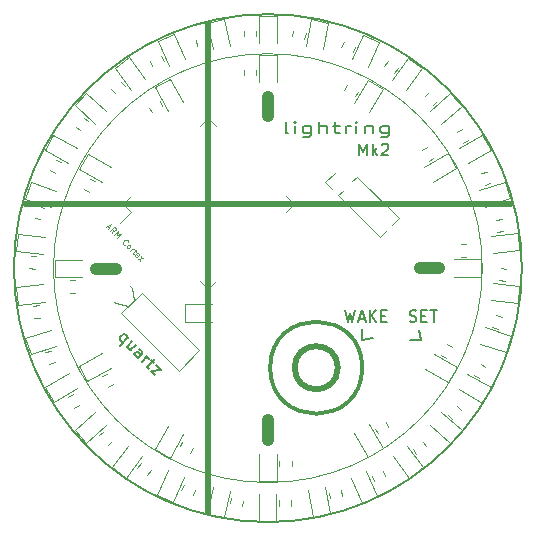
<source format=gbr>
%TF.GenerationSoftware,KiCad,Pcbnew,5.1.8-1.fc33*%
%TF.CreationDate,2021-01-30T22:30:16+01:00*%
%TF.ProjectId,lightring,6c696768-7472-4696-9e67-2e6b69636164,rev?*%
%TF.SameCoordinates,Original*%
%TF.FileFunction,Legend,Top*%
%TF.FilePolarity,Positive*%
%FSLAX46Y46*%
G04 Gerber Fmt 4.6, Leading zero omitted, Abs format (unit mm)*
G04 Created by KiCad (PCBNEW 5.1.8-1.fc33) date 2021-01-30 22:30:16*
%MOMM*%
%LPD*%
G01*
G04 APERTURE LIST*
%ADD10C,1.000000*%
%ADD11C,0.500000*%
%ADD12C,0.150000*%
%ADD13C,0.100000*%
%ADD14C,0.120000*%
%ADD15C,0.200000*%
%ADD16C,0.300000*%
G04 APERTURE END LIST*
D10*
X155480000Y-80050000D02*
X157160000Y-80050000D01*
X170000000Y-65470000D02*
X170000000Y-67150000D01*
X184520000Y-80000000D02*
X182840000Y-80000000D01*
X170000000Y-94520000D02*
X170000000Y-92840000D01*
D11*
X175914560Y-88430100D02*
G75*
G03*
X175914560Y-88430100I-1825500J0D01*
G01*
X164950000Y-100700000D02*
X164950000Y-59300000D01*
X149400000Y-74550000D02*
X190600000Y-74550000D01*
D12*
X178883815Y-85900026D02*
X177986941Y-86079894D01*
X178008335Y-85165412D01*
X177715714Y-70462380D02*
X177715714Y-69462380D01*
X178049047Y-70176666D01*
X178382380Y-69462380D01*
X178382380Y-70462380D01*
X178858571Y-70462380D02*
X178858571Y-69462380D01*
X178953809Y-70081428D02*
X179239523Y-70462380D01*
X179239523Y-69795714D02*
X178858571Y-70176666D01*
X179620476Y-69557619D02*
X179668095Y-69510000D01*
X179763333Y-69462380D01*
X180001428Y-69462380D01*
X180096666Y-69510000D01*
X180144285Y-69557619D01*
X180191904Y-69652857D01*
X180191904Y-69748095D01*
X180144285Y-69890952D01*
X179572857Y-70462380D01*
X180191904Y-70462380D01*
X176519047Y-83552380D02*
X176757142Y-84552380D01*
X176947619Y-83838095D01*
X177138095Y-84552380D01*
X177376190Y-83552380D01*
X177709523Y-84266666D02*
X178185714Y-84266666D01*
X177614285Y-84552380D02*
X177947619Y-83552380D01*
X178280952Y-84552380D01*
X178614285Y-84552380D02*
X178614285Y-83552380D01*
X179185714Y-84552380D02*
X178757142Y-83980952D01*
X179185714Y-83552380D02*
X178614285Y-84123809D01*
X179614285Y-84028571D02*
X179947619Y-84028571D01*
X180090476Y-84552380D02*
X179614285Y-84552380D01*
X179614285Y-83552380D01*
X180090476Y-83552380D01*
X181995238Y-84504761D02*
X182138095Y-84552380D01*
X182376190Y-84552380D01*
X182471428Y-84504761D01*
X182519047Y-84457142D01*
X182566666Y-84361904D01*
X182566666Y-84266666D01*
X182519047Y-84171428D01*
X182471428Y-84123809D01*
X182376190Y-84076190D01*
X182185714Y-84028571D01*
X182090476Y-83980952D01*
X182042857Y-83933333D01*
X181995238Y-83838095D01*
X181995238Y-83742857D01*
X182042857Y-83647619D01*
X182090476Y-83600000D01*
X182185714Y-83552380D01*
X182423809Y-83552380D01*
X182566666Y-83600000D01*
X182995238Y-84028571D02*
X183328571Y-84028571D01*
X183471428Y-84552380D02*
X182995238Y-84552380D01*
X182995238Y-83552380D01*
X183471428Y-83552380D01*
X183757142Y-83552380D02*
X184328571Y-83552380D01*
X184042857Y-84552380D02*
X184042857Y-83552380D01*
X182800026Y-85216184D02*
X182979894Y-86113058D01*
X182065412Y-86091664D01*
D13*
X156401607Y-76419458D02*
X156569965Y-76587816D01*
X156266920Y-76486801D02*
X156738324Y-76251099D01*
X156502622Y-76722503D01*
X156822503Y-77042385D02*
X156873011Y-76756175D01*
X156620473Y-76840355D02*
X156974026Y-76486801D01*
X157108713Y-76621488D01*
X157125549Y-76671996D01*
X157125549Y-76705668D01*
X157108713Y-76756175D01*
X157058206Y-76806683D01*
X157007698Y-76823519D01*
X156974026Y-76823519D01*
X156923519Y-76806683D01*
X156788832Y-76671996D01*
X156974026Y-77193908D02*
X157327580Y-76840355D01*
X157192893Y-77210744D01*
X157563282Y-77076057D01*
X157209729Y-77429610D01*
X157883164Y-78035702D02*
X157849492Y-78035702D01*
X157782148Y-78002030D01*
X157748477Y-77968358D01*
X157714805Y-77901015D01*
X157714805Y-77833671D01*
X157731641Y-77783164D01*
X157782148Y-77698984D01*
X157832656Y-77648477D01*
X157916835Y-77597969D01*
X157967343Y-77581133D01*
X158034687Y-77581133D01*
X158102030Y-77614805D01*
X158135702Y-77648477D01*
X158169374Y-77715820D01*
X158169374Y-77749492D01*
X158051522Y-78271404D02*
X158034687Y-78220896D01*
X158034687Y-78187225D01*
X158051522Y-78136717D01*
X158152538Y-78035702D01*
X158203045Y-78018866D01*
X158236717Y-78018866D01*
X158287225Y-78035702D01*
X158337732Y-78086209D01*
X158354568Y-78136717D01*
X158354568Y-78170389D01*
X158337732Y-78220896D01*
X158236717Y-78321912D01*
X158186209Y-78338748D01*
X158152538Y-78338748D01*
X158102030Y-78321912D01*
X158051522Y-78271404D01*
X158320896Y-78540778D02*
X158556599Y-78305076D01*
X158489255Y-78372419D02*
X158539763Y-78355583D01*
X158573435Y-78355583D01*
X158623942Y-78372419D01*
X158657614Y-78406091D01*
X158724957Y-78473435D02*
X158859644Y-78608122D01*
X158893316Y-78406091D02*
X158590270Y-78709137D01*
X158573435Y-78759644D01*
X158590270Y-78810152D01*
X158623942Y-78843824D01*
X158893316Y-79079526D02*
X158842809Y-79062690D01*
X158775465Y-78995347D01*
X158758629Y-78944839D01*
X158775465Y-78894331D01*
X158910152Y-78759644D01*
X158960660Y-78742809D01*
X159011167Y-78759644D01*
X159078511Y-78826988D01*
X159095347Y-78877496D01*
X159078511Y-78928003D01*
X159044839Y-78961675D01*
X158842809Y-78826988D01*
X159011167Y-79231049D02*
X159432064Y-79180541D01*
X159246870Y-78995347D02*
X159196362Y-79416244D01*
D12*
X158156175Y-85853129D02*
X157449068Y-86560236D01*
X157718442Y-86290862D02*
X157617427Y-86257190D01*
X157482740Y-86122503D01*
X157449068Y-86021488D01*
X157449068Y-85954145D01*
X157482740Y-85853129D01*
X157684771Y-85651099D01*
X157785786Y-85617427D01*
X157853129Y-85617427D01*
X157954145Y-85651099D01*
X158088832Y-85785786D01*
X158122503Y-85886801D01*
X158795938Y-86492893D02*
X158324534Y-86964297D01*
X158492893Y-86189847D02*
X158122503Y-86560236D01*
X158088832Y-86661251D01*
X158122503Y-86762267D01*
X158223519Y-86863282D01*
X158324534Y-86896954D01*
X158391877Y-86896954D01*
X158964297Y-87604061D02*
X159334687Y-87233671D01*
X159368358Y-87132656D01*
X159334687Y-87031641D01*
X159200000Y-86896954D01*
X159098984Y-86863282D01*
X158997969Y-87570389D02*
X158896954Y-87536717D01*
X158728595Y-87368358D01*
X158694923Y-87267343D01*
X158728595Y-87166328D01*
X158795938Y-87098984D01*
X158896954Y-87065312D01*
X158997969Y-87098984D01*
X159166328Y-87267343D01*
X159267343Y-87301015D01*
X159301015Y-87940778D02*
X159772419Y-87469374D01*
X159637732Y-87604061D02*
X159738748Y-87570389D01*
X159806091Y-87570389D01*
X159907106Y-87604061D01*
X159974450Y-87671404D01*
X160109137Y-87806091D02*
X160378511Y-88075465D01*
X160445854Y-87671404D02*
X159839763Y-88277496D01*
X159806091Y-88378511D01*
X159839763Y-88479526D01*
X159907106Y-88546870D01*
X160546870Y-88243824D02*
X160917259Y-88614213D01*
X160075465Y-88715228D01*
X160445854Y-89085618D01*
X171717142Y-68592380D02*
X171574285Y-68544761D01*
X171502857Y-68449523D01*
X171502857Y-67592380D01*
X172288571Y-68592380D02*
X172288571Y-67925714D01*
X172288571Y-67592380D02*
X172217142Y-67640000D01*
X172288571Y-67687619D01*
X172360000Y-67640000D01*
X172288571Y-67592380D01*
X172288571Y-67687619D01*
X173645714Y-67925714D02*
X173645714Y-68735238D01*
X173574285Y-68830476D01*
X173502857Y-68878095D01*
X173360000Y-68925714D01*
X173145714Y-68925714D01*
X173002857Y-68878095D01*
X173645714Y-68544761D02*
X173502857Y-68592380D01*
X173217142Y-68592380D01*
X173074285Y-68544761D01*
X173002857Y-68497142D01*
X172931428Y-68401904D01*
X172931428Y-68116190D01*
X173002857Y-68020952D01*
X173074285Y-67973333D01*
X173217142Y-67925714D01*
X173502857Y-67925714D01*
X173645714Y-67973333D01*
X174360000Y-68592380D02*
X174360000Y-67592380D01*
X175002857Y-68592380D02*
X175002857Y-68068571D01*
X174931428Y-67973333D01*
X174788571Y-67925714D01*
X174574285Y-67925714D01*
X174431428Y-67973333D01*
X174360000Y-68020952D01*
X175502857Y-67925714D02*
X176074285Y-67925714D01*
X175717142Y-67592380D02*
X175717142Y-68449523D01*
X175788571Y-68544761D01*
X175931428Y-68592380D01*
X176074285Y-68592380D01*
X176574285Y-68592380D02*
X176574285Y-67925714D01*
X176574285Y-68116190D02*
X176645714Y-68020952D01*
X176717142Y-67973333D01*
X176860000Y-67925714D01*
X177002857Y-67925714D01*
X177502857Y-68592380D02*
X177502857Y-67925714D01*
X177502857Y-67592380D02*
X177431428Y-67640000D01*
X177502857Y-67687619D01*
X177574285Y-67640000D01*
X177502857Y-67592380D01*
X177502857Y-67687619D01*
X178217142Y-67925714D02*
X178217142Y-68592380D01*
X178217142Y-68020952D02*
X178288571Y-67973333D01*
X178431428Y-67925714D01*
X178645714Y-67925714D01*
X178788571Y-67973333D01*
X178860000Y-68068571D01*
X178860000Y-68592380D01*
X180217142Y-67925714D02*
X180217142Y-68735238D01*
X180145714Y-68830476D01*
X180074285Y-68878095D01*
X179931428Y-68925714D01*
X179717142Y-68925714D01*
X179574285Y-68878095D01*
X180217142Y-68544761D02*
X180074285Y-68592380D01*
X179788571Y-68592380D01*
X179645714Y-68544761D01*
X179574285Y-68497142D01*
X179502857Y-68401904D01*
X179502857Y-68116190D01*
X179574285Y-68020952D01*
X179645714Y-67973333D01*
X179788571Y-67925714D01*
X180074285Y-67925714D01*
X180217142Y-67973333D01*
D14*
X188152823Y-80000000D02*
G75*
G03*
X188152823Y-80000000I-18152823J0D01*
G01*
D15*
X191500000Y-80000000D02*
G75*
G03*
X191500000Y-80000000I-21500000J0D01*
G01*
D14*
%TO.C,D1*%
X170735000Y-60950000D02*
X170735000Y-58665000D01*
X169265000Y-58665000D02*
X169265000Y-60950000D01*
X170735000Y-58665000D02*
X169265000Y-58665000D01*
%TO.C,D2*%
X174652609Y-61485333D02*
X175127687Y-59250266D01*
X173689810Y-58944636D02*
X173214732Y-61179703D01*
X175127687Y-59250266D02*
X173689810Y-58944636D01*
%TO.C,D3*%
X178496067Y-62929788D02*
X179425460Y-60842336D01*
X178082548Y-60244434D02*
X177153155Y-62331885D01*
X179425460Y-60842336D02*
X178082548Y-60244434D01*
%TO.C,D4*%
X181724399Y-64929236D02*
X183067489Y-63080632D01*
X181878234Y-62216588D02*
X180535144Y-64065191D01*
X183067489Y-63080632D02*
X181878234Y-62216588D01*
%TO.C,D5*%
X184697295Y-67831516D02*
X186395381Y-66302552D01*
X185411759Y-65210130D02*
X183713673Y-66739093D01*
X186395381Y-66302552D02*
X185411759Y-65210130D01*
%TO.C,D6*%
X186924680Y-71136529D02*
X188903548Y-69994029D01*
X188168548Y-68720971D02*
X186189680Y-69863471D01*
X188903548Y-69994029D02*
X188168548Y-68720971D01*
%TO.C,D7*%
X188366282Y-74796240D02*
X190539446Y-74090136D01*
X190085191Y-72692083D02*
X187912027Y-73398187D01*
X190539446Y-74090136D02*
X190085191Y-72692083D01*
%TO.C,D8*%
X189031211Y-78714596D02*
X191303693Y-78475749D01*
X191150037Y-77013802D02*
X188877554Y-77252649D01*
X191303693Y-78475749D02*
X191150037Y-77013802D01*
%TO.C,D9*%
X188877554Y-82697351D02*
X191150037Y-82936198D01*
X191303693Y-81474251D02*
X189031211Y-81235404D01*
X191150037Y-82936198D02*
X191303693Y-81474251D01*
%TO.C,D10*%
X187962027Y-86401813D02*
X190135191Y-87107917D01*
X190589446Y-85709864D02*
X188416282Y-85003760D01*
X190135191Y-87107917D02*
X190589446Y-85709864D01*
%TO.C,D11*%
X186139680Y-90236529D02*
X188118548Y-91379029D01*
X188853548Y-90105971D02*
X186874680Y-88963471D01*
X188118548Y-91379029D02*
X188853548Y-90105971D01*
%TO.C,D12*%
X183713673Y-93310907D02*
X185411759Y-94839870D01*
X186395381Y-93747448D02*
X184697295Y-92218484D01*
X185411759Y-94839870D02*
X186395381Y-93747448D01*
%TO.C,D13*%
X180585144Y-95884809D02*
X181928234Y-97733412D01*
X183117489Y-96869368D02*
X181774399Y-95020764D01*
X181928234Y-97733412D02*
X183117489Y-96869368D01*
%TO.C,D14*%
X177003155Y-97768115D02*
X177932548Y-99855566D01*
X179275460Y-99257664D02*
X178346067Y-97170212D01*
X177932548Y-99855566D02*
X179275460Y-99257664D01*
%TO.C,D15*%
X173364732Y-98820297D02*
X173839810Y-101055364D01*
X175277687Y-100749734D02*
X174802609Y-98514667D01*
X173839810Y-101055364D02*
X175277687Y-100749734D01*
%TO.C,D16*%
X169215000Y-99100000D02*
X169215000Y-101385000D01*
X170685000Y-101385000D02*
X170685000Y-99100000D01*
X169215000Y-101385000D02*
X170685000Y-101385000D01*
%TO.C,D17*%
X165361121Y-98544376D02*
X164886043Y-100779443D01*
X166323920Y-101085073D02*
X166798998Y-98850006D01*
X164886043Y-100779443D02*
X166323920Y-101085073D01*
%TO.C,D18*%
X161553933Y-97120212D02*
X160624540Y-99207664D01*
X161967452Y-99805566D02*
X162896845Y-97718115D01*
X160624540Y-99207664D02*
X161967452Y-99805566D01*
%TO.C,D19*%
X158175601Y-95020764D02*
X156832511Y-96869368D01*
X158021766Y-97733412D02*
X159364856Y-95884809D01*
X156832511Y-96869368D02*
X158021766Y-97733412D01*
%TO.C,D20*%
X155352705Y-92218484D02*
X153654619Y-93747448D01*
X154638241Y-94839870D02*
X156336327Y-93310907D01*
X153654619Y-93747448D02*
X154638241Y-94839870D01*
%TO.C,D21*%
X153125320Y-88913471D02*
X151146452Y-90055971D01*
X151881452Y-91329029D02*
X153860320Y-90186529D01*
X151146452Y-90055971D02*
X151881452Y-91329029D01*
%TO.C,D22*%
X151633718Y-85203760D02*
X149460554Y-85909864D01*
X149914809Y-87307917D02*
X152087973Y-86601813D01*
X149460554Y-85909864D02*
X149914809Y-87307917D01*
%TO.C,D23*%
X150968789Y-81385404D02*
X148696307Y-81624251D01*
X148849963Y-83086198D02*
X151122446Y-82847351D01*
X148696307Y-81624251D02*
X148849963Y-83086198D01*
%TO.C,D24*%
X151109946Y-77352649D02*
X148837463Y-77113802D01*
X148683807Y-78575749D02*
X150956289Y-78814596D01*
X148837463Y-77113802D02*
X148683807Y-78575749D01*
%TO.C,D25*%
X152087973Y-73448187D02*
X149914809Y-72742083D01*
X149460554Y-74140136D02*
X151633718Y-74846240D01*
X149914809Y-72742083D02*
X149460554Y-74140136D01*
%TO.C,D26*%
X153810320Y-69863471D02*
X151831452Y-68720971D01*
X151096452Y-69994029D02*
X153075320Y-71136529D01*
X151831452Y-68720971D02*
X151096452Y-69994029D01*
%TO.C,D27*%
X156321554Y-66666033D02*
X154623468Y-65137070D01*
X153639846Y-66229492D02*
X155337932Y-67758456D01*
X154623468Y-65137070D02*
X153639846Y-66229492D01*
%TO.C,D28*%
X159564856Y-64015191D02*
X158221766Y-62166588D01*
X157032511Y-63030632D02*
X158375601Y-64879236D01*
X158221766Y-62166588D02*
X157032511Y-63030632D01*
%TO.C,D29*%
X162946845Y-62281885D02*
X162017452Y-60194434D01*
X160674540Y-60792336D02*
X161603933Y-62879788D01*
X162017452Y-60194434D02*
X160674540Y-60792336D01*
%TO.C,D30*%
X166785268Y-61179703D02*
X166310190Y-58944636D01*
X164872313Y-59250266D02*
X165347391Y-61485333D01*
X166310190Y-58944636D02*
X164872313Y-59250266D01*
%TO.C,D31*%
X170735000Y-64237500D02*
X170735000Y-61952500D01*
X169265000Y-61952500D02*
X169265000Y-64237500D01*
X170735000Y-61952500D02*
X169265000Y-61952500D01*
%TO.C,D32*%
X178592779Y-66792315D02*
X179735279Y-64813447D01*
X178462221Y-64078447D02*
X177319721Y-66057315D01*
X179735279Y-64813447D02*
X178462221Y-64078447D01*
%TO.C,D33*%
X183974680Y-72686529D02*
X185953548Y-71544029D01*
X185218548Y-70270971D02*
X183239680Y-71413471D01*
X185953548Y-71544029D02*
X185218548Y-70270971D01*
%TO.C,D34*%
X185750000Y-80735000D02*
X188035000Y-80735000D01*
X188035000Y-79265000D02*
X185750000Y-79265000D01*
X188035000Y-80735000D02*
X188035000Y-79265000D01*
%TO.C,D35*%
X183289680Y-88536529D02*
X185268548Y-89679029D01*
X186003548Y-88405971D02*
X184024680Y-87263471D01*
X185268548Y-89679029D02*
X186003548Y-88405971D01*
%TO.C,D36*%
X177313471Y-93974680D02*
X178455971Y-95953548D01*
X179729029Y-95218548D02*
X178586529Y-93239680D01*
X178455971Y-95953548D02*
X179729029Y-95218548D01*
%TO.C,D37*%
X169265000Y-95750000D02*
X169265000Y-98035000D01*
X170735000Y-98035000D02*
X170735000Y-95750000D01*
X169265000Y-98035000D02*
X170735000Y-98035000D01*
%TO.C,D38*%
X161563471Y-93339680D02*
X160420971Y-95318548D01*
X161694029Y-96053548D02*
X162836529Y-94074680D01*
X160420971Y-95318548D02*
X161694029Y-96053548D01*
%TO.C,D39*%
X155957315Y-87169721D02*
X153978447Y-88312221D01*
X154713447Y-89585279D02*
X156692315Y-88442779D01*
X153978447Y-88312221D02*
X154713447Y-89585279D01*
%TO.C,D40*%
X154250000Y-79315000D02*
X151965000Y-79315000D01*
X151965000Y-80785000D02*
X154250000Y-80785000D01*
X151965000Y-79315000D02*
X151965000Y-80785000D01*
%TO.C,D41*%
X156710320Y-71463471D02*
X154731452Y-70320971D01*
X153996452Y-71594029D02*
X155975320Y-72736529D01*
X154731452Y-70320971D02*
X153996452Y-71594029D01*
%TO.C,D42*%
X162836529Y-65925320D02*
X161694029Y-63946452D01*
X160420971Y-64681452D02*
X161563471Y-66660320D01*
X161694029Y-63946452D02*
X160420971Y-64681452D01*
%TO.C,R1*%
X167977500Y-59912742D02*
X167977500Y-60387258D01*
X169022500Y-59912742D02*
X169022500Y-60387258D01*
%TO.C,R2*%
X172166720Y-59916265D02*
X172068062Y-60380411D01*
X173188884Y-60133533D02*
X173090226Y-60597679D01*
%TO.C,R3*%
X176419174Y-60870734D02*
X176226171Y-61304226D01*
X177373829Y-61295774D02*
X177180826Y-61729266D01*
%TO.C,R4*%
X180131822Y-62468375D02*
X179852909Y-62852267D01*
X180977245Y-63082611D02*
X180698332Y-63466503D01*
%TO.C,R5*%
X183626696Y-65102950D02*
X183274062Y-65420463D01*
X184325938Y-65879537D02*
X183973304Y-66197050D01*
%TO.C,R6*%
X186429750Y-68241373D02*
X186018808Y-68478631D01*
X186952250Y-69146369D02*
X186541308Y-69383627D01*
%TO.C,R7*%
X188514184Y-71829756D02*
X188062893Y-71976390D01*
X188837107Y-72823610D02*
X188385816Y-72970244D01*
%TO.C,R8*%
X189781342Y-75855562D02*
X189309426Y-75905163D01*
X189890574Y-76894837D02*
X189418658Y-76944438D01*
%TO.C,R9*%
X190190574Y-80055163D02*
X189718658Y-80005562D01*
X190081342Y-81094438D02*
X189609426Y-81044837D01*
%TO.C,R10*%
X189787107Y-84126390D02*
X189335816Y-83979756D01*
X189464184Y-85120244D02*
X189012893Y-84973610D01*
%TO.C,R11*%
X188416721Y-88366131D02*
X188005779Y-88128873D01*
X187894221Y-89271127D02*
X187483279Y-89033869D01*
%TO.C,R12*%
X186325938Y-91970463D02*
X185973304Y-91652950D01*
X185626696Y-92747050D02*
X185274062Y-92429537D01*
%TO.C,R13*%
X183412168Y-95084828D02*
X183133255Y-94700936D01*
X182566745Y-95699064D02*
X182287832Y-95315172D01*
%TO.C,R14*%
X179923829Y-97604226D02*
X179730826Y-97170734D01*
X178969174Y-98029266D02*
X178776171Y-97595774D01*
%TO.C,R15*%
X176260411Y-99273439D02*
X176161753Y-98809293D01*
X175238247Y-99490707D02*
X175139589Y-99026561D01*
%TO.C,R16*%
X171972500Y-100112258D02*
X171972500Y-99637742D01*
X170927500Y-100112258D02*
X170927500Y-99637742D01*
%TO.C,R17*%
X167811753Y-100140707D02*
X167910411Y-99676561D01*
X166789589Y-99923439D02*
X166888247Y-99459293D01*
%TO.C,R18*%
X163630826Y-99179266D02*
X163823829Y-98745774D01*
X162676171Y-98754226D02*
X162869174Y-98320734D01*
%TO.C,R19*%
X159783255Y-97499064D02*
X160062168Y-97115172D01*
X158937832Y-96884828D02*
X159216745Y-96500936D01*
%TO.C,R20*%
X156423304Y-94947050D02*
X156775938Y-94629537D01*
X155724062Y-94170463D02*
X156076696Y-93852950D01*
%TO.C,R21*%
X153605779Y-91821127D02*
X154016721Y-91583869D01*
X153083279Y-90916131D02*
X153494221Y-90678873D01*
%TO.C,R22*%
X151485816Y-88120244D02*
X151937107Y-87973610D01*
X151162893Y-87126390D02*
X151614184Y-86979756D01*
%TO.C,R23*%
X150218658Y-84244438D02*
X150690574Y-84194837D01*
X150109426Y-83205163D02*
X150581342Y-83155562D01*
%TO.C,R24*%
X149809426Y-79994837D02*
X150281342Y-80044438D01*
X149918658Y-78955562D02*
X150390574Y-79005163D01*
%TO.C,R25*%
X150262893Y-75723610D02*
X150714184Y-75870244D01*
X150585816Y-74729756D02*
X151037107Y-74876390D01*
%TO.C,R26*%
X151568808Y-71721369D02*
X151979750Y-71958627D01*
X152091308Y-70816373D02*
X152502250Y-71053631D01*
%TO.C,R27*%
X153724062Y-68029537D02*
X154076696Y-68347050D01*
X154423304Y-67252950D02*
X154775938Y-67570463D01*
%TO.C,R28*%
X156737832Y-64815172D02*
X157016745Y-65199064D01*
X157583255Y-64200936D02*
X157862168Y-64584828D01*
%TO.C,R29*%
X160026171Y-62445774D02*
X160219174Y-62879266D01*
X160980826Y-62020734D02*
X161173829Y-62454226D01*
%TO.C,R30*%
X163889589Y-60726561D02*
X163988247Y-61190707D01*
X164911753Y-60509293D02*
X165010411Y-60973439D01*
%TO.C,R31*%
X167977500Y-63212742D02*
X167977500Y-63687258D01*
X169022500Y-63212742D02*
X169022500Y-63687258D01*
%TO.C,R32*%
X176716131Y-64533279D02*
X176478873Y-64944221D01*
X177621127Y-65055779D02*
X177383869Y-65466721D01*
%TO.C,R33*%
X183494221Y-69778873D02*
X183083279Y-70016131D01*
X184016721Y-70683869D02*
X183605779Y-70921127D01*
%TO.C,R34*%
X186787258Y-77977500D02*
X186312742Y-77977500D01*
X186787258Y-79022500D02*
X186312742Y-79022500D01*
%TO.C,R35*%
X185566721Y-86666131D02*
X185155779Y-86428873D01*
X185044221Y-87571127D02*
X184633279Y-87333869D01*
%TO.C,R36*%
X180208627Y-93479750D02*
X179971369Y-93068808D01*
X179303631Y-94002250D02*
X179066373Y-93591308D01*
%TO.C,R37*%
X172022500Y-96787258D02*
X172022500Y-96312742D01*
X170977500Y-96787258D02*
X170977500Y-96312742D01*
%TO.C,R38*%
X163433869Y-95616721D02*
X163671127Y-95205779D01*
X162528873Y-95094221D02*
X162766131Y-94683279D01*
%TO.C,R39*%
X156455779Y-90071127D02*
X156866721Y-89833869D01*
X155933279Y-89166131D02*
X156344221Y-88928873D01*
%TO.C,R40*%
X153212742Y-82072500D02*
X153687258Y-82072500D01*
X153212742Y-81027500D02*
X153687258Y-81027500D01*
%TO.C,R41*%
X154433279Y-73333869D02*
X154844221Y-73571127D01*
X154955779Y-72428873D02*
X155366721Y-72666131D01*
%TO.C,R42*%
X159928873Y-66405779D02*
X160166131Y-66816721D01*
X160833869Y-65883279D02*
X161071127Y-66294221D01*
%TO.C,U1*%
X158395120Y-75221751D02*
X157447597Y-76169275D01*
X157723369Y-74550000D02*
X158395120Y-75221751D01*
X158395120Y-73878249D02*
X157723369Y-74550000D01*
X164950000Y-67323369D02*
X165621751Y-67995120D01*
X164278249Y-67995120D02*
X164950000Y-67323369D01*
X164950000Y-81776631D02*
X164278249Y-81104880D01*
X165621751Y-81104880D02*
X164950000Y-81776631D01*
X172176631Y-74550000D02*
X171504880Y-73878249D01*
X171504880Y-75221751D02*
X172176631Y-74550000D01*
%TO.C,Y1*%
X158479899Y-81642893D02*
X158338478Y-81501472D01*
X158692031Y-82703553D02*
X158479899Y-81642893D01*
X157136396Y-82986396D02*
X156994975Y-82844975D01*
X158197056Y-83198528D02*
X157136396Y-82986396D01*
X159314285Y-82081299D02*
X157574802Y-83820782D01*
X164193322Y-86960336D02*
X159314285Y-82081299D01*
X162453839Y-88699819D02*
X164193322Y-86960336D01*
X157574802Y-83820782D02*
X162453839Y-88699819D01*
%TO.C,J1*%
X174877710Y-72747487D02*
X175662599Y-71962599D01*
X175415111Y-73284889D02*
X174877710Y-72747487D01*
X177135835Y-72638967D02*
X177522290Y-72252513D01*
X175952513Y-73822290D02*
X176338967Y-73435835D01*
X177522290Y-72252513D02*
X181068430Y-75798653D01*
X175952513Y-73822290D02*
X179498653Y-77368430D01*
X180500998Y-76366085D02*
X181068430Y-75798653D01*
X179498653Y-77368430D02*
X180066085Y-76800998D01*
%TO.C,D43*%
X165300000Y-83065000D02*
X163015000Y-83065000D01*
X163015000Y-84535000D02*
X165300000Y-84535000D01*
X163015000Y-83065000D02*
X163015000Y-84535000D01*
D16*
%TO.C,J3*%
X177989060Y-88430100D02*
G75*
G03*
X177989060Y-88430100I-3900000J0D01*
G01*
%TD*%
M02*

</source>
